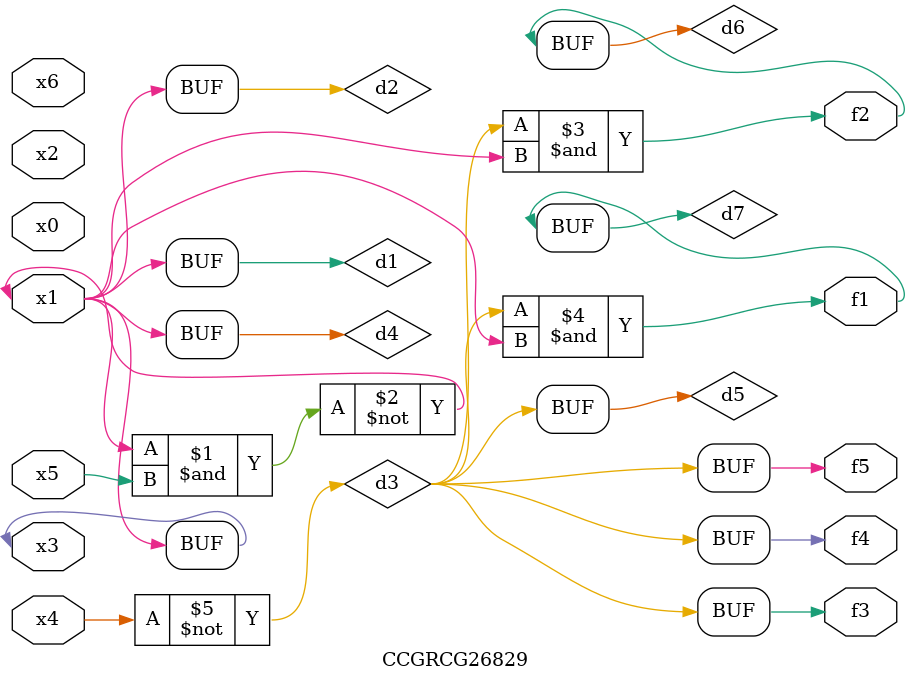
<source format=v>
module CCGRCG26829(
	input x0, x1, x2, x3, x4, x5, x6,
	output f1, f2, f3, f4, f5
);

	wire d1, d2, d3, d4, d5, d6, d7;

	buf (d1, x1, x3);
	nand (d2, x1, x5);
	not (d3, x4);
	buf (d4, d1, d2);
	buf (d5, d3);
	and (d6, d3, d4);
	and (d7, d3, d4);
	assign f1 = d7;
	assign f2 = d6;
	assign f3 = d5;
	assign f4 = d5;
	assign f5 = d5;
endmodule

</source>
